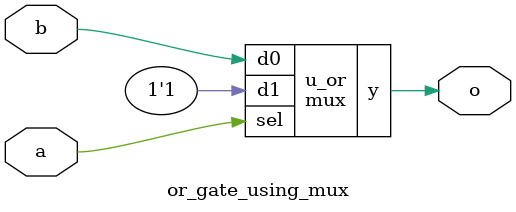
<source format=sv>

module mux
  (
    input  d0, d1,
    input  sel,
    output y
  );

  assign y = sel ? d1 : d0;

endmodule

//----------------------------------------------------------------------------
// Task
//----------------------------------------------------------------------------

module or_gate_using_mux
  (
    input  a,
    input  b,
    output o
  );

  // Task:

  // Implement or gate using instance(s) of mux,
  // constants 0 and 1, and wire connections
  mux u_or (.d0(b), .d1(1'b1), .sel(a), .y(o));

endmodule

</source>
